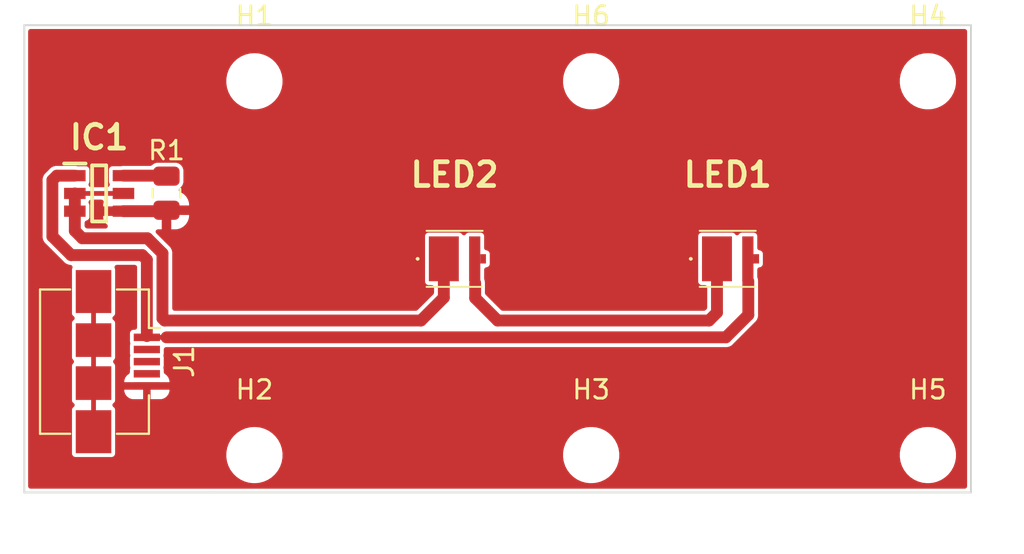
<source format=kicad_pcb>
(kicad_pcb (version 20211014) (generator pcbnew)
  (layers (0 "F.Cu" signal) (31 "B.Cu" signal) (34 "B.Paste" user) (35 "F.Paste" user) (36 "B.SilkS" user "B.Silkscreen") (37 "F.SilkS" user "F.Silkscreen") (38 "B.Mask" user) (39 "F.Mask" user) (44 "Edge.Cuts" user))
  (net 0 "")
  (net 1 "VCC")
  (net 2 "/out")
  (net 3 "GND")
  (net 7 "unconnected-(J1-Pad6)")
  (net 8 "Net-(LED1-Pad1)")
  (net 9 "Net-(IC1-Pad6)")
  (footprint "jb3030:JB3030AWTPH65EA0000N0000001" (layer "F.Cu") (at 63 62.5)
    (fp_text reference "LED2" (at 0 -4.5) (layer "F.SilkS") (effects (font (size 1.27 1.27) (thickness 0.254))))
    (fp_text value "JB3030AWT-P-H65EA0000-N0000001" hide)
    (fp_line (start -1.925 0) (end -1.925 0) (layer "F.SilkS") (width 0.1))
    (fp_line (start -1.5 1.5) (end 1.5 1.5) (layer "F.SilkS") (width 0.1))
    (fp_line (start -1.5 -1.5) (end 1.5 -1.5) (layer "F.SilkS") (width 0.1))
    (fp_line (start -2.025 0) (end -2.025 0) (layer "F.SilkS") (width 0.1))
    (fp_arc (start -2.025 0) (mid -1.975 -0.05) (end -1.925 0) (layer "F.SilkS") (width 0.1))
    (fp_arc (start -1.925 0) (mid -1.975 0.05) (end -2.025 0) (layer "F.SilkS") (width 0.1))
    (pad "1" smd rect locked (at -0.575 0) (size 1.6 2.4) (layers "F.Cu" "F.Paste" "F.Mask") (net 2 "/out"))
    (pad "2" smd rect locked (at 1.075 0) (size 0.6 2.4) (layers "F.Cu" "F.Paste" "F.Mask") (net 8 "Net-(LED1-Pad1)"))
    (pad "3" smd rect locked (at 1.525 0) (size 0.3 0.5) (layers "F.Cu" "F.Paste" "F.Mask"))
  )
  (footprint "MountingHole:MountingHole_2.5mm" (layer "F.Cu") (at 88.3 73)
    (fp_text reference "H5" (at 0 -3.5) (layer "F.SilkS"))
    (fp_text value "MountingHole")
    (pad "" np_thru_hole circle (at 0 0) (size 2.5 2.5) (drill 2.5) (layers *.Cu *.Mask))
  )
  (footprint "Connector_USB:USB_Micro-B_Amphenol_10104110_Horizontal" (layer "F.Cu") (at 45 68 -90)
    (fp_text reference "J1" (at 0 -3.55 90) (layer "F.SilkS"))
    (fp_text value "USB3_B_Micro")
    (fp_line (start -3.86 -1.66) (end -1.8 -1.66) (layer "F.SilkS") (width 0.12))
    (fp_line (start 3.86 4.16) (end 3.86 2.55) (layer "F.SilkS") (width 0.12))
    (fp_line (start -3.86 0.05) (end -3.86 -1.66) (layer "F.SilkS") (width 0.12))
    (fp_line (start -1.8 -1.66) (end -1.8 -2.25) (layer "F.SilkS") (width 0.12))
    (fp_line (start 3.86 0.05) (end 3.86 -1.66) (layer "F.SilkS") (width 0.12))
    (fp_line (start -3.86 4.16) (end 3.86 4.16) (layer "F.SilkS") (width 0.12))
    (fp_line (start -3.86 4.16) (end -3.86 2.55) (layer "F.SilkS") (width 0.12))
    (fp_line (start 3.86 -1.66) (end 1.8 -1.66) (layer "F.SilkS") (width 0.12))
    (pad "1" smd rect (at -1.3 -1.55 270) (size 0.4 1.4) (layers "F.Cu" "F.Paste" "F.Mask") (net 1 "VCC"))
    (pad "2" smd rect (at -0.65 -1.55 270) (size 0.4 1.4) (layers "F.Cu" "F.Paste" "F.Mask"))
    (pad "3" smd rect (at 0 -1.55 270) (size 0.4 1.4) (layers "F.Cu" "F.Paste" "F.Mask"))
    (pad "4" smd rect (at 0.65 -1.55 270) (size 0.4 1.4) (layers "F.Cu" "F.Paste" "F.Mask"))
    (pad "5" smd rect (at 1.3 -1.55 270) (size 0.4 1.4) (layers "F.Cu" "F.Paste" "F.Mask") (net 3 "GND"))
    (pad "6" smd rect (at 1.15 1.3 270) (size 1.8 1.9) (layers "F.Cu" "F.Paste" "F.Mask") (net 7 "unconnected-(J1-Pad6)"))
    (pad "6" smd rect (at -1.15 1.3 270) (size 1.8 1.9) (layers "F.Cu" "F.Paste" "F.Mask") (net 7 "unconnected-(J1-Pad6)"))
    (pad "6" smd rect (at 3.75 1.3 270) (size 2.3 1.9) (layers "F.Cu" "F.Paste" "F.Mask") (net 7 "unconnected-(J1-Pad6)"))
    (pad "6" smd rect (at -3.75 1.3 270) (size 2.3 1.9) (layers "F.Cu" "F.Paste" "F.Mask") (net 7 "unconnected-(J1-Pad6)"))
  )
  (footprint "MountingHole:MountingHole_2.5mm" (layer "F.Cu") (at 52.3 73)
    (fp_text reference "H2" (at 0 -3.5) (layer "F.SilkS"))
    (fp_text value "MountingHole")
    (pad "" np_thru_hole circle (at 0 0) (size 2.5 2.5) (drill 2.5) (layers *.Cu *.Mask))
  )
  (footprint "MountingHole:MountingHole_2.5mm" (layer "F.Cu") (at 70.3 73)
    (fp_text reference "H3" (at 0 -3.5) (layer "F.SilkS"))
    (fp_text value "MountingHole")
    (pad "" np_thru_hole circle (at 0 0) (size 2.5 2.5) (drill 2.5) (layers *.Cu *.Mask))
  )
  (footprint "jb3030:JB3030AWTPH65EA0000N0000001" (layer "F.Cu") (at 77.6 62.5)
    (fp_text reference "LED1" (at 0 -4.5) (layer "F.SilkS") (effects (font (size 1.27 1.27) (thickness 0.254))))
    (fp_text value "JB3030AWT-P-H65EA0000-N0000001" hide)
    (fp_line (start -1.5 1.5) (end 1.5 1.5) (layer "F.SilkS") (width 0.1))
    (fp_line (start -1.925 0) (end -1.925 0) (layer "F.SilkS") (width 0.1))
    (fp_line (start -1.5 -1.5) (end 1.5 -1.5) (layer "F.SilkS") (width 0.1))
    (fp_line (start -2.025 0) (end -2.025 0) (layer "F.SilkS") (width 0.1))
    (fp_arc (start -2.025 0) (mid -1.975 -0.05) (end -1.925 0) (layer "F.SilkS") (width 0.1))
    (fp_arc (start -1.925 0) (mid -1.975 0.05) (end -2.025 0) (layer "F.SilkS") (width 0.1))
    (pad "1" smd rect locked (at -0.575 0) (size 1.6 2.4) (layers "F.Cu" "F.Paste" "F.Mask") (net 8 "Net-(LED1-Pad1)"))
    (pad "2" smd rect locked (at 1.075 0) (size 0.6 2.4) (layers "F.Cu" "F.Paste" "F.Mask") (net 1 "VCC"))
    (pad "3" smd rect locked (at 1.525 0) (size 0.3 0.5) (layers "F.Cu" "F.Paste" "F.Mask"))
  )
  (footprint "MountingHole:MountingHole_2.5mm" (layer "F.Cu") (at 70.3 53)
    (fp_text reference "H6" (at 0 -3.5) (layer "F.SilkS"))
    (fp_text value "MountingHole")
    (pad "" np_thru_hole circle (at 0 0) (size 2.5 2.5) (drill 2.5) (layers *.Cu *.Mask))
  )
  (footprint "MountingHole:MountingHole_2.5mm" (layer "F.Cu") (at 88.3 53)
    (fp_text reference "H4" (at 0 -3.5) (layer "F.SilkS"))
    (fp_text value "MountingHole")
    (pad "" np_thru_hole circle (at 0 0) (size 2.5 2.5) (drill 2.5) (layers *.Cu *.Mask))
  )
  (footprint "Resistor_SMD:R_0805_2012Metric" (layer "F.Cu") (at 47.6 58.9875 -90)
    (fp_text reference "R1" (at -2.2875 0 180) (layer "F.SilkS"))
    (fp_text value "R_US")
    (fp_line (start -0.227064 0.735) (end 0.227064 0.735) (layer "F.SilkS") (width 0.12))
    (fp_line (start -0.227064 -0.735) (end 0.227064 -0.735) (layer "F.SilkS") (width 0.12))
    (pad "1" smd roundrect (at -0.9125 0 270) (size 1.025 1.4) (layers "F.Cu" "F.Paste" "F.Mask") (roundrect_rratio 0.243902439) (net 9 "Net-(IC1-Pad6)"))
    (pad "2" smd roundrect (at 0.9125 0 270) (size 1.025 1.4) (layers "F.Cu" "F.Paste" "F.Mask") (roundrect_rratio 0.243902439) (net 3 "GND"))
  )
  (footprint "MountingHole:MountingHole_2.5mm" (layer "F.Cu") (at 52.3 53)
    (fp_text reference "H1" (at 0 -3.5) (layer "F.SilkS"))
    (fp_text value "MountingHole")
    (pad "" np_thru_hole circle (at 0 0) (size 2.5 2.5) (drill 2.5) (layers *.Cu *.Mask))
  )
  (footprint "bcr420:SOT95P285X140-6N" (layer "F.Cu") (at 44 59)
    (fp_text reference "IC1" (at -0.001648 -3) (layer "F.SilkS") (effects (font (size 1.27 1.27) (thickness 0.254))))
    (fp_text value "BCR420UW6Q-7" hide)
    (fp_line (start -1.875 -1.6) (end -0.725 -1.6) (layer "F.SilkS") (width 0.2))
    (fp_line (start 0.375 1.5) (end -0.375 1.5) (layer "F.SilkS") (width 0.2))
    (fp_line (start 0.375 -1.5) (end 0.375 1.5) (layer "F.SilkS") (width 0.2))
    (fp_line (start -0.375 -1.5) (end 0.375 -1.5) (layer "F.SilkS") (width 0.2))
    (fp_line (start -0.375 1.5) (end -0.375 -1.5) (layer "F.SilkS") (width 0.2))
    (pad "1" smd rect locked (at -1.3 -0.95 90) (size 0.6 1.15) (layers "F.Cu" "F.Paste" "F.Mask") (net 1 "VCC"))
    (pad "2" smd rect locked (at -1.3 0 90) (size 0.6 1.15) (layers "F.Cu" "F.Paste" "F.Mask") (net 2 "/out"))
    (pad "3" smd rect locked (at -1.3 0.95 90) (size 0.6 1.15) (layers "F.Cu" "F.Paste" "F.Mask") (net 2 "/out"))
    (pad "4" smd rect locked (at 1.3 0.95 90) (size 0.6 1.15) (layers "F.Cu" "F.Paste" "F.Mask") (net 3 "GND"))
    (pad "5" smd rect locked (at 1.3 0 90) (size 0.6 1.15) (layers "F.Cu" "F.Paste" "F.Mask") (net 2 "/out"))
    (pad "6" smd rect locked (at 1.3 -0.95 90) (size 0.6 1.15) (layers "F.Cu" "F.Paste" "F.Mask") (net 9 "Net-(IC1-Pad6)"))
  )
  (gr_line (start 40 50) (end 40 75) (layer "Edge.Cuts") (width 0.1))
  (gr_line (start 50 50) (end 90.6 50) (layer "Edge.Cuts") (width 0.1))
  (gr_line (start 40 50) (end 50 50) (layer "Edge.Cuts") (width 0.1))
  (gr_line (start 50 75) (end 90.6 75) (layer "Edge.Cuts") (width 0.1))
  (gr_line (start 90.6 75) (end 90.6 50) (layer "Edge.Cuts") (width 0.1))
  (gr_line (start 50 75) (end 40 75) (layer "Edge.Cuts") (width 0.1))
  (segment (start 46.3 62.3) (end 46.55 62.55) (width 0.635) (layer "F.Cu") (net 1))
  (segment (start 46.55 62.55) (end 46.55 66.632989) (width 0.635) (layer "F.Cu") (net 1))
  (segment (start 77.5 66.7) (end 78.7 65.5) (width 0.635) (layer "F.Cu") (net 1))
  (segment (start 42.5 62.3) (end 46.3 62.3) (width 0.635) (layer "F.Cu") (net 1))
  (segment (start 42.7 58.05) (end 41.740978 58.05) (width 0.635) (layer "F.Cu") (net 1))
  (segment (start 47.6 66.7) (end 77.5 66.7) (width 0.635) (layer "F.Cu") (net 1))
  (segment (start 78.648489 63.648489) (end 78.7 63.7) (width 0.254) (layer "F.Cu") (net 1))
  (segment (start 41.5 61.3) (end 42.5 62.3) (width 0.635) (layer "F.Cu") (net 1))
  (segment (start 41.740978 58.05) (end 41.5 58.290978) (width 0.635) (layer "F.Cu") (net 1))
  (segment (start 78.7 65.5) (end 78.7 63.7) (width 0.635) (layer "F.Cu") (net 1))
  (segment (start 46.55 66.7) (end 47.6 66.7) (width 0.254) (layer "F.Cu") (net 1))
  (segment (start 41.5 58.290978) (end 41.5 61.3) (width 0.635) (layer "F.Cu") (net 1))
  (segment (start 46.58019 61.4) (end 43.1 61.4) (width 0.635) (layer "F.Cu") (net 2))
  (segment (start 62.425 62.5) (end 62.425 64.575) (width 0.635) (layer "F.Cu") (net 2))
  (segment (start 62.425 64.575) (end 61.2 65.8) (width 0.635) (layer "F.Cu") (net 2))
  (segment (start 47.38452 65.68452) (end 47.38452 62.20433) (width 0.635) (layer "F.Cu") (net 2))
  (segment (start 43.1 61.4) (end 42.7 61) (width 0.635) (layer "F.Cu") (net 2))
  (segment (start 42.7 61) (end 42.7 59) (width 0.635) (layer "F.Cu") (net 2))
  (segment (start 61.2 65.8) (end 47.5 65.8) (width 0.635) (layer "F.Cu") (net 2))
  (segment (start 45.3 59) (end 42.7 59) (width 0.254) (layer "F.Cu") (net 2))
  (segment (start 47.5 65.8) (end 47.38452 65.68452) (width 0.635) (layer "F.Cu") (net 2))
  (segment (start 42.7 59.95) (end 42.7 59) (width 0.254) (layer "F.Cu") (net 2))
  (segment (start 47.38452 62.20433) (end 46.58019 61.4) (width 0.635) (layer "F.Cu") (net 2))
  (segment (start 62.4 62.5) (end 62.425 62.5) (width 0.635) (layer "F.Cu") (net 2))
  (segment (start 47.55 59.95) (end 47.6 59.9) (width 0.635) (layer "F.Cu") (net 3))
  (segment (start 45.3 59.95) (end 47.55 59.95) (width 0.635) (layer "F.Cu") (net 3))
  (segment (start 43.7 71.75) (end 43.7 69.15) (width 0.254) (layer "F.Cu") (net 7))
  (segment (start 43.7 64.25) (end 43.7 66.85) (width 0.254) (layer "F.Cu") (net 7))
  (segment (start 43.7 66.85) (end 43.7 69.15) (width 0.254) (layer "F.Cu") (net 7))
  (segment (start 76.6 65.8) (end 65.3 65.8) (width 0.635) (layer "F.Cu") (net 8))
  (segment (start 77.025 65.375) (end 76.6 65.8) (width 0.635) (layer "F.Cu") (net 8))
  (segment (start 65.3 65.8) (end 64.1 64.6) (width 0.635) (layer "F.Cu") (net 8))
  (segment (start 77.025 62.5) (end 77.025 65.375) (width 0.635) (layer "F.Cu") (net 8))
  (segment (start 64.048489 63.748489) (end 64.048489 62.5) (width 0.254) (layer "F.Cu") (net 8))
  (segment (start 64.1 63.8) (end 64.048489 63.748489) (width 0.254) (layer "F.Cu") (net 8))
  (segment (start 64.1 64.6) (end 64.1 63.8) (width 0.635) (layer "F.Cu") (net 8))
  (segment (start 47.575 58.05) (end 47.6 58.075) (width 0.635) (layer "F.Cu") (net 9))
  (segment (start 45.3 58.05) (end 47.575 58.05) (width 0.635) (layer "F.Cu") (net 9))
  (zone (net 3) (net_name "GND") (layer "F.Cu") (connect_pads (clearance 0.2032)) (min_thickness 0.254) (fill yes (thermal_gap 0.508) (thermal_bridge_width 0.508))
    (polygon (pts (xy 92.8 78.3) (xy 39 78.3) (xy 38.7 48.9) (xy 92.8 48.8)))
  )
)
</source>
